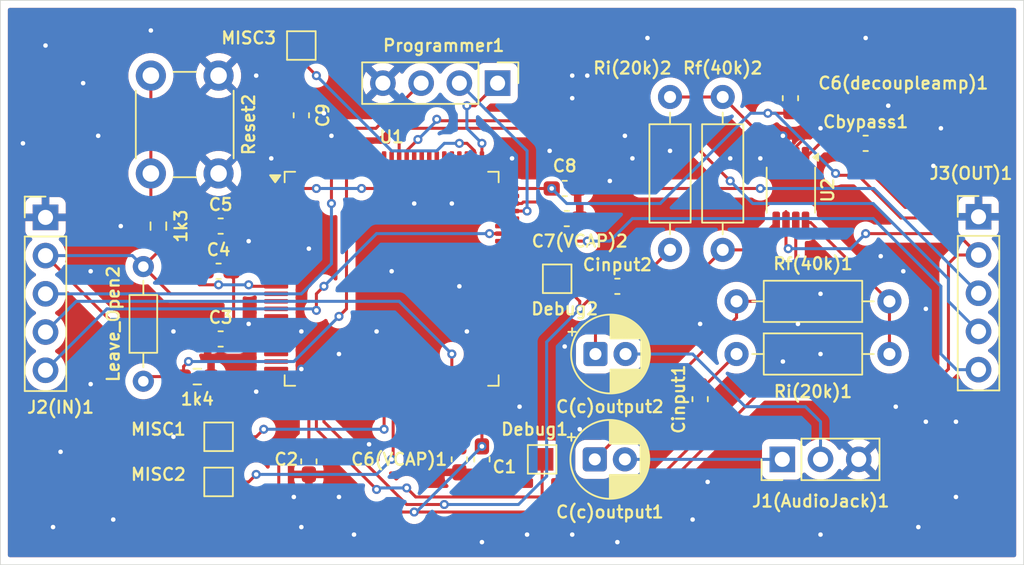
<source format=kicad_pcb>
(kicad_pcb (version 20241229) (generator "pcbnew") (generator_version "9.0")
  (layers (0 "F.Cu" signal) (2 "B.Cu" signal) (13 "F.Paste" user) (15 "B.Paste" user) (5 "F.SilkS" user "F.Silkscreen") (7 "B.SilkS" user "B.Silkscreen") (1 "F.Mask" user) (3 "B.Mask" user) (25 "Edge.Cuts" user))
  (net 0 "")
  (net 1 "/VCC")
  (net 2 "Net-(U1-NRST)")
  (net 3 "Net-(U1-BOOT0)")
  (net 4 "/DAC_OUT1")
  (net 5 "/DAC_OUT2")
  (net 6 "/SAE_SWDIO")
  (net 7 "/SAE_SWCLK")
  (net 16 "/MISC_1")
  (net 22 "/MISC_2")
  (net 30 "/AudioJack_T")
  (net 31 "Net-(C7(VCAP)2-Pad1)")
  (net 41 "/USART1_MIDI_RX")
  (net 46 "/USART1_COMM_INPUT_TX")
  (net 54 "/USART1_COMM_INPUT_RX")
  (net 59 "/MISC_3")
  (net 60 "/USART1_MIDI_TX")
  (net 63 "/USART2_COMM_OUTPUT_TX")
  (net 67 "/USART2_COMM_OUTPUT_RX")
  (net 75 "/USART3_MIDI_TX")
  (net 86 "Net-(C6(VCAP)1-Pad1)")
  (net 87 "/USART3_MIDI_RX")
  (net 90 "Net-(U2-BYPASS)")
  (net 91 "/AudioJack_R")
  (net 92 "Net-(U2-IN1-)")
  (net 93 "Net-(U2-IN2-)")
  (net 94 "Net-(U2-VO1)")
  (net 95 "Net-(U2-VO2)")
  (net 96 "GNDPWR")
  (net 97 "Net-(Cinput1-Pad2)")
  (net 98 "Net-(Cinput2-Pad2)")
  (footprint "Package_QFP:LQFP-100_14x14mm_P0.5mm" (layer "F.Cu") (at 92 79.5)
    (property "Reference" "U1")
    (property "Value" "STM32H750VBTx")
  )
  (footprint "Resistor_SMD:R_0603_1608Metric_Pad0.98x0.95mm_HandSolder" (layer "F.Cu") (at 79.0875 86)
    (property "Reference" "1k4")
    (property "Value" "R")
  )
  (footprint "Capacitor_SMD:C_0603_1608Metric_Pad1.08x0.95mm_HandSolder" (layer "F.Cu") (at 80.5 79)
    (property "Reference" "C4")
    (property "Value" "0.1uf")
  )
  (footprint "TestPoint:TestPoint_Pad_1.5x1.5mm" (layer "F.Cu") (at 80.5 90 180)
    (property "Reference" "MISC1")
    (property "Value" "Conn_01x01")
  )
  (footprint "Capacitor_SMD:C_0603_1608Metric_Pad1.08x0.95mm_HandSolder" (layer "F.Cu") (at 86 68.6375 -90)
    (property "Reference" "C9")
    (property "Value" "0.1uf")
  )
  (footprint "Connector_PinHeader_2.54mm:PinHeader_1x03_P2.54mm_Vertical" (layer "F.Cu") (at 117.96 91.5 90)
    (property "Reference" "J1(AudioJack)1")
    (property "Value" "Conn_01x03")
  )
  (footprint "Capacitor_SMD:C_0603_1608Metric_Pad1.08x0.95mm_HandSolder" (layer "F.Cu") (at 98 91.5 90)
    (property "Reference" "C1")
    (property "Value" "0.1uf")
  )
  (footprint "Resistor_THT:R_Axial_DIN0207_L6.3mm_D2.5mm_P10.16mm_Horizontal" (layer "F.Cu") (at 125.08 81 180)
    (property "Reference" "Rf(40k)1")
    (property "Value" "40k")
  )
  (footprint "Capacitor_THT:CP_Radial_D5.0mm_P2.00mm" (layer "F.Cu") (at 105.544888 84.5)
    (property "Reference" "C(c)output2")
    (property "Value" "220uf")
  )
  (footprint "Capacitor_SMD:C_0603_1608Metric_Pad1.08x0.95mm_HandSolder" (layer "F.Cu") (at 86.5 91.6375 90)
    (property "Reference" "C2")
    (property "Value" "0.1uf")
  )
  (footprint "Capacitor_SMD:C_0603_1608Metric_Pad1.08x0.95mm_HandSolder" (layer "F.Cu") (at 123.5 70.5)
    (property "Reference" "Cbypass1")
    (property "Value" "0.47uf(LOW ESR)")
  )
  (footprint "Button_Switch_THT:SW_PUSH_6mm_H4.3mm" (layer "F.Cu") (at 80.5 66 -90)
    (property "Reference" "Reset2")
    (property "Value" "SW_Push")
  )
  (footprint "TestPoint:TestPoint_Pad_1.5x1.5mm" (layer "F.Cu") (at 86 64 180)
    (property "Reference" "MISC3")
    (property "Value" "Conn_01x01")
  )
  (footprint "Resistor_SMD:R_0603_1608Metric_Pad0.98x0.95mm_HandSolder" (layer "F.Cu") (at 76.5 76 90)
    (property "Reference" "1k3")
    (property "Value" "R")
  )
  (footprint "Capacitor_SMD:C_0603_1608Metric_Pad1.08x0.95mm_HandSolder" (layer "F.Cu") (at 96.5 91.5 -90)
    (property "Reference" "C6(VCAP)1")
    (property "Value" "C")
  )
  (footprint "Capacitor_SMD:C_0603_1608Metric_Pad1.08x0.95mm_HandSolder" (layer "F.Cu") (at 103.5 73.5 180)
    (property "Reference" "C8")
    (property "Value" "0.1uf")
  )
  (footprint "Resistor_THT:R_Axial_DIN0204_L3.6mm_D1.6mm_P7.62mm_Horizontal" (layer "F.Cu") (at 75.5 86.31 90)
    (property "Reference" "Leave_Open2")
    (property "Value" "R")
  )
  (footprint "TestPoint:TestPoint_Pad_1.5x1.5mm" (layer "F.Cu") (at 103 79.5)
    (property "Reference" "Debug2")
    (property "Value" "Conn_01x01")
  )
  (footprint "Capacitor_SMD:C_0603_1608Metric_Pad1.08x0.95mm_HandSolder" (layer "F.Cu") (at 80.6375 76)
    (property "Reference" "C5")
    (property "Value" "0.1uf")
  )
  (footprint "Capacitor_SMD:C_0603_1608Metric_Pad1.08x0.95mm_HandSolder" (layer "F.Cu") (at 112.5 87.5 90)
    (property "Reference" "Cinput1")
    (property "Value" "0.47uf")
  )
  (footprint "Package_SO:HVSSOP-8-1EP_3x3mm_P0.65mm_EP1.57x1.89mm" (layer "F.Cu") (at 118.53 73.61 -90)
    (property "Reference" "U2")
    (property "Value" "TPA6110A2DGN")
  )
  (footprint "Resistor_THT:R_Axial_DIN0207_L6.3mm_D2.5mm_P10.16mm_Horizontal" (layer "F.Cu") (at 114.92 84.5)
    (property "Reference" "Ri(20k)1")
    (property "Value" "20k")
  )
  (footprint "Capacitor_SMD:C_0603_1608Metric_Pad1.08x0.95mm_HandSolder" (layer "F.Cu") (at 118.5 67.5 -90)
    (property "Reference" "C6(decoupleamp)1")
    (property "Value" "0.1uf")
  )
  (footprint "Connector_PinHeader_2.54mm:PinHeader_1x05_P2.54mm_Vertical" (layer "F.Cu") (at 69 75.42)
    (property "Reference" "J2(IN)1")
    (property "Value" "IN")
  )
  (footprint "Capacitor_SMD:C_0603_1608Metric_Pad1.08x0.95mm_HandSolder" (layer "F.Cu") (at 80.6375 83.5)
    (property "Reference" "C3")
    (property "Value" "0.1uf")
  )
  (footprint "Resistor_THT:R_Axial_DIN0207_L6.3mm_D2.5mm_P10.16mm_Horizontal" (layer "F.Cu") (at 110.5 67.42 -90)
    (property "Reference" "Ri(20k)2")
    (property "Value" "20k")
  )
  (footprint "Capacitor_THT:CP_Radial_D5.0mm_P2.00mm" (layer "F.Cu") (at 105.5 91.5)
    (property "Reference" "C(c)output1")
    (property "Value" "220uf")
  )
  (footprint "Capacitor_SMD:C_0603_1608Metric_Pad1.08x0.95mm_HandSolder" (layer "F.Cu") (at 107 80)
    (property "Reference" "Cinput2")
    (property "Value" "0.47uf")
  )
  (footprint "Connector_PinHeader_2.54mm:PinHeader_1x05_P2.54mm_Vertical" (layer "F.Cu") (at 131 75.38)
    (property "Reference" "J3(OUT)1")
    (property "Value" "OUT")
  )
  (footprint "Capacitor_SMD:C_0603_1608Metric_Pad1.08x0.95mm_HandSolder" (layer "F.Cu") (at 103.6375 75.5)
    (property "Reference" "C7(VCAP)2")
    (property "Value" "C")
  )
  (footprint "Resistor_THT:R_Axial_DIN0207_L6.3mm_D2.5mm_P10.16mm_Horizontal" (layer "F.Cu") (at 114 67.42 -90)
    (property "Reference" "Rf(40k)2")
    (property "Value" "40k")
  )
  (footprint "Connector_PinHeader_2.54mm:PinHeader_1x04_P2.54mm_Vertical" (layer "F.Cu") (at 99.04 66.5 -90)
    (property "Reference" "Programmer1")
    (property "Value" "Conn_01x04")
  )
  (footprint "TestPoint:TestPoint_Pad_1.5x1.5mm" (layer "F.Cu") (at 80.5 93 180)
    (property "Reference" "MISC2")
    (property "Value" "Conn_01x01")
  )
  (footprint "TestPoint:TestPoint_Pad_1.5x1.5mm" (layer "F.Cu") (at 102 91.5)
    (property "Reference" "Debug1")
    (property "Value" "Conn_01x01")
  )
  (gr_rect (start 66 61) (end 134 98.5) (stroke (width 0.05)) (fill no) (layer "Edge.Cuts"))
  (segment (start 84.5 91) (end 84.5 95) (width 0.2) (layer "F.Cu") (net 1))
  (segment (start 118.205 77.35) (end 118.355 77.5) (width 0.2) (layer "F.Cu") (net 1))
  (segment (start 117 68.5) (end 118.3625 68.5) (width 0.2) (layer "F.Cu") (net 1))
  (segment (start 99.675 73.5) (end 90 73.5) (width 0.2) (layer "F.Cu") (net 1))
  (segment (start 86 71.825) (end 86 69.5) (width 0.2) (layer "F.Cu") (net 1))
  (segment (start 129 85.5) (end 127.5 87) (width 0.2) (layer "F.Cu") (net 1))
  (segment (start 90.96 69.5) (end 86 69.5) (width 0.2) (layer "F.Cu") (net 1))
  (segment (start 116.5 87) (end 108.5 95) (width 0.2) (layer "F.Cu") (net 1))
  (segment (start 79 95) (end 84.5 95) (width 0.2) (layer "F.Cu") (net 1))
  (segment (start 81.3625 76.1375) (end 81.5 76) (width 0.2) (layer "F.Cu") (net 1))
  (segment (start 81.5 79.5) (end 81.5 80.5) (width 0.2) (layer "F.Cu") (net 1))
  (segment (start 73.5 82.46) (end 73.5 89.5) (width 0.2) (layer "F.Cu") (net 1))
  (segment (start 118.3625 68.5) (end 118.5 68.3625) (width 0.2) (layer "F.Cu") (net 1))
  (segment (start 121.624 72.624) (end 121.5 72.5) (width 0.2) (layer "F.Cu") (net 1))
  (segment (start 123 72.624) (end 121.624 72.624) (width 0.2) (layer "F.Cu") (net 1))
  (segment (start 75.5 78.69) (end 77.31 80.5) (width 0.2) (layer "F.Cu") (net 1))
  (segment (start 86.5 90.775) (end 84.725 90.775) (width 0.2) (layer "F.Cu") (net 1))
  (segment (start 127.5 87) (end 116.5 87) (width 0.2) (layer "F.Cu") (net 1))
  (segment (start 84.5 95) (end 93.5 95) (width 0.2) (layer "F.Cu") (net 1))
  (segment (start 86 73.5) (end 86 75.158824) (width 0.2) (layer "F.Cu") (net 1))
  (segment (start 82.5 71.5) (end 84.5 69.5) (width 0.2) (layer "F.Cu") (net 1))
  (segment (start 86 75.158824) (end 85.158824 76) (width 0.2) (layer "F.Cu") (net 1))
  (segment (start 85.158824 76) (end 84.325 76) (width 0.2) (layer "F.Cu") (net 1))
  (segment (start 75.5 78.69) (end 76.5 77.69) (width 0.2) (layer "F.Cu") (net 1))
  (segment (start 77.31 80.5) (end 81.5 80.5) (width 0.2) (layer "F.Cu") (net 1))
  (segment (start 81.5 75.5) (end 82.5 74.5) (width 0.2) (layer "F.Cu") (net 1))
  (segment (start 118.205 75.76) (end 118.205 75.035001) (width 0.2) (layer "F.Cu") (net 1))
  (segment (start 81.3625 79) (end 81.3625 76.1375) (width 0.2) (layer "F.Cu") (net 1))
  (segment (start 86.5 90.775) (end 86.5 87.175) (width 0.2) (layer "F.Cu") (net 1))
  (segment (start 129.58 77.92) (end 129 78.5) (width 0.2) (layer "F.Cu") (net 1))
  (segment (start 82.5 74.5) (end 82.5 71.5) (width 0.2) (layer "F.Cu") (net 1))
  (segment (start 73.5 89.5) (end 79 95) (width 0.2) (layer "F.Cu") (net 1))
  (segment (start 118.5 68.3625) (end 118.205 68.6575) (width 0.2) (layer "F.Cu") (net 1))
  (segment (start 84.5 69.5) (end 86 69.5) (width 0.2) (layer "F.Cu") (net 1))
  (segment (start 81.5 76) (end 81.5 75.5) (width 0.2) (layer "F.Cu") (net 1))
  (segment (start 81.5 80.5) (end 81.5 83.5) (width 0.2) (layer "F.Cu") (net 1))
  (segment (start 129.58 76.5) (end 131 77.92) (width 0.2) (layer "F.Cu") (net 1))
  (segment (start 69 77.96) (end 73.5 82.46) (width 0.2) (layer "F.Cu") (net 1))
  (segment (start 108.5 95) (end 93.5 95) (width 0.2) (layer "F.Cu") (net 1))
  (segment (start 128.54 75.46) (end 131 77.92) (width 0.2) (layer "F.Cu") (net 1))
  (segment (start 81.3625 79.3625) (end 81.5 79.5) (width 0.2) (layer "F.Cu") (net 1))
  (segment (start 81.8625 78.5) (end 84.325 78.5) (width 0.2) (layer "F.Cu") (net 1))
  (segment (start 131 77.92) (end 129.58 77.92) (width 0.2) (layer "F.Cu") (net 1))
  (segment (start 129 78.5) (end 129 85.5) (width 0.2) (layer "F.Cu") (net 1))
  (segment (start 123.5 76.5) (end 129.58 76.5) (width 0.2) (layer "F.Cu") (net 1))
  (segment (start 93.96 66.5) (end 90.96 69.5) (width 0.2) (layer "F.Cu") (net 1))
  (segment (start 86 71.825) (end 86 73.5) (width 0.2) (layer "F.Cu") (net 1))
  (segment (start 125.836 75.46) (end 123 72.624) (width 0.2) (layer "F.Cu") (net 1))
  (segment (start 81.3625 79) (end 81.3625 79.3625) (width 0.2) (layer "F.Cu") (net 1))
  (segment (start 84.725 90.775) (end 84.5 91) (width 0.2) (layer "F.Cu") (net 1))
  (segment (start 98 90.6375) (end 98 87.175) (width 0.2) (layer "F.Cu") (net 1))
  (segment (start 81.5 76) (end 84.325 76) (width 0.2) (layer "F.Cu") (net 1))
  (segment (start 87 73.5) (end 86 73.5) (width 0.2) (layer "F.Cu") (net 1))
  (segment (start 128.54 75.46) (end 125.836 75.46) (width 0.2) (layer "F.Cu") (net 1))
  (segment (start 102.6375 73.5) (end 99.675 73.5) (width 0.2) (layer "F.Cu") (net 1))
  (segment (start 81.5 83.5) (end 84.325 83.5) (width 0.2) (layer "F.Cu") (net 1))
  (segment (start 118.205 75.76) (end 118.205 77.35) (width 0.2) (layer "F.Cu") (net 1))
  (segment (start 76.5 77.69) (end 76.5 76.9125) (width 0.2) (layer "F.Cu") (net 1))
  (segment (start 81.3625 79) (end 81.8625 78.5) (width 0.2) (layer "F.Cu") (net 1))
  (via (at 98 90.6375) (size 0.6) (drill 0.3) (layers "F.Cu" "B.Cu") (net 1))
  (via (at 118.355 77.5) (size 0.6) (drill 0.3) (layers "F.Cu" "B.Cu") (net 1))
  (via (at 121.5 72.5) (size 0.6) (drill 0.3) (layers "F.Cu" "B.Cu") (net 1))
  (via (at 102.6375 73.5) (size 0.6) (drill 0.3) (layers "F.Cu" "B.Cu") (net 1))
  (via (at 87 73.5) (size 0.6) (drill 0.3) (layers "F.Cu" "B.Cu") (net 1))
  (via (at 117 68.5) (size 0.6) (drill 0.3) (layers "F.Cu" "B.Cu") (net 1))
  (via (at 90 73.5) (size 0.6) (drill 0.3) (layers "F.Cu" "B.Cu") (net 1))
  (via (at 93.5 95) (size 0.6) (drill 0.3) (layers "F.Cu" "B.Cu") (net 1))
  (via (at 123.5 76.5) (size 0.6) (drill 0.3) (layers "F.Cu" "B.Cu") (net 1))
  (segment (start 118.355 77.5) (end 122.5 77.5) (width 0.2) (layer "B.Cu") (net 1))
  (segment (start 102.6375 73.5) (end 103.6375 74.5) (width 0.2) (layer "B.Cu") (net 1))
  (segment (start 122.5 77.5) (end 123.5 76.5) (width 0.2) (layer "B.Cu") (net 1))
  (segment (start 74.77 77.96) (end 75.5 78.69) (width 0.2) (layer "B.Cu") (net 1))
  (segment (start 109.846161 74.5) (end 115.846161 68.5) (width 0.2) (layer "B.Cu") (net 1))
  (segment (start 115.846161 68.5) (end 117 68.5) (width 0.2) (layer "B.Cu") (net 1))
  (segment (start 90 73.5) (end 87 73.5) (width 0.2) (layer "B.Cu") (net 1))
  (segment (start 69 77.96) (end 74.77 77.96) (width 0.2) (layer "B.Cu") (net 1))
  (segment (start 103.6375 74.5) (end 109.846161 74.5) (width 0.2) (layer "B.Cu") (net 1))
  (segment (start 93.6375 95) (end 98 90.6375) (width 0.2) (layer "B.Cu") (net 1))
  (segment (start 117.5 68.5) (end 117 68.5) (width 0.2) (layer "B.Cu") (net 1))
  (segment (start 121.5 72.5) (end 117.5 68.5) (width 0.2) (layer "B.Cu") (net 1))
  (segment (start 93.5 95) (end 93.6375 95) (width 0.2) (layer "B.Cu") (net 1))
  (segment (start 98 90.5) (end 98 90.6375) (width 0.2) (layer "B.Cu") (net 1))
  (segment (start 76 72.5) (end 76 74.5875) (width 0.2) (layer "F.Cu") (net 2))
  (segment (start 78 76.5875) (end 78 78.668134) (width 0.2) (layer "F.Cu") (net 2))
  (segment (start 76 74.5875) (end 76.5 75.0875) (width 0.2) (layer "F.Cu") (net 2))
  (segment (start 76 66) (end 76 72.5) (width 0.2) (layer "F.Cu") (net 2))
  (segment (start 82.6 80) (end 84.325 80) (width 0.2) (layer "F.Cu") (net 2))
  (segment (start 78 78.668134) (end 79.231866 79.9) (width 0.2) (layer "F.Cu") (net 2))
  (segment (start 82.5 79.9) (end 82.6 80) (width 0.2) (layer "F.Cu") (net 2))
  (segment (start 79.231866 79.9) (end 80.5 79.9) (width 0.2) (layer "F.Cu") (net 2))
  (segment (start 76.5 75.0875) (end 78 76.5875) (width 0.2) (layer "F.Cu") (net 2))
  (via (at 80.5 79.9) (size 0.6) (drill 0.3) (layers "F.Cu" "B.Cu") (net 2))
  (via (at 82.5 79.9) (size 0.6) (drill 0.3) (layers "F.Cu" "B.Cu") (net 2))
  (segment (start 80.5 79.9) (end 82.5 79.9) (width 0.2) (layer "B.Cu") (net 2))
  (segment (start 78.175 86) (end 75.81 86) (width 0.2) (layer "F.Cu") (net 3))
  (segment (start 89 81.5) (end 89 71.825) (width 0.2) (layer "F.Cu") (net 3))
  (segment (start 88.5 82) (end 89 81.5) (width 0.2) (layer "F.Cu") (net 3))
  (segment (start 75.81 86) (end 75.5 86.31) (width 0.2) (layer "F.Cu") (net 3))
  (segment (start 78.175 86) (end 78.175 85.325) (width 0.2) (layer "F.Cu") (net 3))
  (segment (start 78.175 85.325) (end 78.5 85) (width 0.2) (layer "F.Cu") (net 3))
  (via (at 88.5 82) (size 0.6) (drill 0.3) (layers "F.Cu" "B.Cu") (net 3))
  (via (at 78.5 85) (size 0.6) (drill 0.3) (layers "F.Cu" "B.Cu") (net 3))
  (segment (start 78.5 85) (end 85.5 85) (width 0.2) (layer "B.Cu") (net 3))
  (segment (start 85.5 85) (end 88.5 82) (width 0.2) (layer "B.Cu") (net 3))
  (segment (start 102 91.5) (end 102 94) (width 0.2) (layer "F.Cu") (net 4))
  (segment (start 108.5 94) (end 112.5 90) (width 0.2) (layer "F.Cu") (net 4))
  (segment (start 93 93.4) (end 93.6 94) (width 0.2) (layer "F.Cu") (net 4))
  (segment (start 93 93.5) (end 93 93.4) (width 0.2) (layer "F.Cu") (net 4))
  (segment (start 93.6 94) (end 102 94) (width 0.2) (layer "F.Cu") (net 4))
  (segment (start 91 93.5) (end 87 89.5) (width 0.2) (layer "F.Cu") (net 4))
  (segment (start 112.5 90) (end 112.5 88.3625) (width 0.2) (layer "F.Cu") (net 4))
  (segment (start 87 89.5) (end 87 87.175) (width 0.2) (layer "F.Cu") (net 4))
  (segment (start 102 94) (end 108.5 94) (width 0.2) (layer "F.Cu") (net 4))
  (via (at 91 93.5) (size 0.6) (drill 0.3) (layers "F.Cu" "B.Cu") (net 4))
  (via (at 93 93.4) (size 0.6) (drill 0.3) (layers "F.Cu" "B.Cu") (net 4))
  (segment (start 91.1 93.4) (end 91 93.5) (width 0.2) (layer "B.Cu") (net 4))
  (segment (start 93 93.4) (end 91.1 93.4) (width 0.2) (layer "B.Cu") (net 4))
  (segment (start 106.1375 80) (end 106 80) (width 0.2) (layer "F.Cu") (net 5))
  (segment (start 93 94.5) (end 87.5 89) (width 0.2) (layer "F.Cu") (net 5))
  (segment (start 104.5 81.5) (end 104.5 81) (width 0.2) (layer "F.Cu") (net 5))
  (segment (start 87.5 89) (end 87.5 87.175) (width 0.2) (layer "F.Cu") (net 5))
  (segment (start 104.5 81) (end 103 79.5) (width 0.2) (layer "F.Cu") (net 5))
  (segment (start 106 80) (end 104.5 81.5) (width 0.2) (layer "F.Cu") (net 5))
  (segment (start 95.5 94.5) (end 93 94.5) (width 0.2) (layer "F.Cu") (net 5))
  (via (at 95.5 94.5) (size 0.6) (drill 0.3) (layers "F.Cu" "B.Cu") (net 5))
  (via (at 104.5 81.5) (size 0.6) (drill 0.3) (layers "F.Cu" "B.Cu") (net 5))
  (segment (start 102.301 92.624678) (end 100.425678 94.5) (width 0.2) (layer "B.Cu") (net 5))
  (segment (start 100.425678 94.5) (end 95.5 94.5) (width 0.2) (layer "B.Cu") (net 5))
  (segment (start 104.5 81.5) (end 102.301 83.699) (width 0.2) (layer "B.Cu") (net 5))
  (segment (start 102.301 83.699) (end 102.301 92.624678) (width 0.2) (layer "B.Cu") (net 5))
  (segment (start 101 75) (end 99.675 75) (width 0.2) (layer "F.Cu") (net 6))
  (via (at 101 75) (size 0.6) (drill 0.3) (layers "F.Cu" "B.Cu") (net 6))
  (segment (start 101 71) (end 101 74.5) (width 0.2) (layer "B.Cu") (net 6))
  (segment (start 101 74.5) (end 101 75) (width 0.2) (layer "B.Cu") (net 6))
  (segment (start 96.5 66.5) (end 101 71) (width 0.2) (layer "B.Cu") (net 6))
  (segment (start 98 70.5) (end 98 71.825) (width 0.2) (layer "F.Cu") (net 7))
  (segment (start 99.04 66.5) (end 97.54 68) (width 0.2) (layer "F.Cu") (net 7))
  (segment (start 97.54 68) (end 97 68) (width 0.2) (layer "F.Cu") (net 7))
  (via (at 97 68) (size 0.6) (drill 0.3) (layers "F.Cu" "B.Cu") (net 7))
  (via (at 98 70.5) (size 0.6) (drill 0.3) (layers "F.Cu" "B.Cu") (net 7))
  (segment (start 97 68) (end 97 69.5) (width 0.2) (layer "B.Cu") (net 7))
  (segment (start 97 69.5) (end 98 70.5) (width 0.2) (layer "B.Cu") (net 7))
  (segment (start 83 90) (end 83.5 89.5) (width 0.2) (layer "F.Cu") (net 16))
  (segment (start 91.5 89.5) (end 91.5 87.175) (width 0.2) (layer "F.Cu") (net 16))
  (segment (start 80.5 90) (end 83 90) (width 0.2) (layer "F.Cu") (net 16))
  (via (at 91.5 89.5) (size 0.6) (drill 0.3) (layers "F.Cu" "B.Cu") (net 16))
  (via (at 83.5 89.5) (size 0.6) (drill 0.3) (layers "F.Cu" "B.Cu") (net 16))
  (segment (start 83.5 89.5) (end 91.5 89.5) (width 0.2) (layer "B.Cu") (net 16))
  (segment (start 80.5 93) (end 82.5 93) (width 0.2) (layer "F.Cu") (net 22))
  (segment (start 92.101 88.109824) (end 92 88.008824) (width 0.2) (layer "F.Cu") (net 22))
  (segment (start 82.5 93) (end 83 92.5) (width 0.2) (layer "F.Cu") (net 22))
  (segment (start 92 91.5) (end 92.101 91.399) (width 0.2) (layer "F.Cu") (net 22))
  (segment (start 92 88.008824) (end 92 87.175) (width 0.2) (layer "F.Cu") (net 22))
  (segment (start 92.101 91.399) (end 92.101 88.109824) (width 0.2) (layer "F.Cu") (net 22))
  (via (at 83 92.5) (size 0.6) (drill 0.3) (layers "F.Cu" "B.Cu") (net 22))
  (via (at 92 91.5) (size 0.6) (drill 0.3) (layers "F.Cu" "B.Cu") (net 22))
  (segment (start 83 92.5) (end 91 92.5) (width 0.2) (layer "B.Cu") (net 22))
  (segment (start 91 92.5) (end 92 91.5) (width 0.2) (layer "B.Cu") (net 22))
  (segment (start 117.96 91.5) (end 107.5 91.5) (width 0.2) (layer "B.Cu") (net 30))
  (segment (start 100.650057 74.5) (end 99.675 74.5) (width 0.2) (layer "F.Cu") (net 31))
  (segment (start 102.775 75.5) (end 101.674 74.399) (width 0.2) (layer "F.Cu") (net 31))
  (segment (start 100.751057 74.399) (end 100.650057 74.5) (width 0.2) (layer "F.Cu") (net 31))
  (segment (start 101.674 74.399) (end 100.751057 74.399) (width 0.2) (layer "F.Cu") (net 31))
  (segment (start 87 81.6) (end 87 80.5) (width 0.2) (layer "F.Cu") (net 41))
  (segment (start 87 80.5) (end 87.5 80) (width 0.2) (layer "F.Cu") (net 41))
  (segment (start 98.5 76.5) (end 99.675 76.5) (width 0.2) (layer "F.Cu") (net 41))
  (via (at 87.5 80) (size 0.6) (drill 0.3) (layers "F.Cu" "B.Cu") (net 41))
  (via (at 87 81.6) (size 0.6) (drill 0.3) (layers "F.Cu" "B.Cu") (net 41))
  (via (at 98.5 76.5) (size 0.6) (drill 0.3) (layers "F.Cu" "B.Cu") (net 41))
  (segment (start 73.08 81.5) (end 87 81.5) (width 0.2) (layer "B.Cu") (net 41))
  (segment (start 91 76.5) (end 98.5 76.5) (width 0.2) (layer "B.Cu") (net 41))
  (segment (start 87.5 80) (end 91 76.5) (width 0.2) (layer "B.Cu") (net 41))
  (segment (start 69 85.58) (end 73.08 81.5) (width 0.2) (layer "B.Cu") (net 41))
  (segment (start 87 81.5) (end 87 81.6) (width 0.2) (layer "B.Cu") (net 41))
  (segment (start 88 74.5) (end 88 71.825) (width 0.2) (layer "F.Cu") (net 46))
  (via (at 88 74.5) (size 0.6) (drill 0.3) (layers "F.Cu" "B.Cu") (net 46))
  (segment (start 86 80.5) (end 87 79.5) (width 0.2) (layer "B.Cu") (net 46))
  (segment (start 69 80.5) (end 86 80.5) (width 0.2) (layer "B.Cu") (net 46))
  (segment (start 88 78.5) (end 88 74.5) (width 0.2) (layer "B.Cu") (net 46))
  (segment (start 87 79.5) (end 88 78.5) (width 0.2) (layer "B.Cu") (net 46))
  (segment (start 96 84.5) (end 96 87.175) (width 0.2) (layer "F.Cu") (net 54))
  (via (at 96 84.5) (size 0.6) (drill 0.3) (layers "F.Cu" "B.Cu") (net 54))
  (segment (start 86.5 81) (end 92.5 81) (width 0.2) (layer "B.Cu") (net 54))
  (segment (start 69 83.04) (end 71.04 81) (width 0.2) (layer "B.Cu") (net 54))
  (segment (start 71.04 81) (end 86.5 81) (width 0.2) (layer "B.Cu") (net 54))
  (segment (start 92.5 81) (end 96 84.5) (width 0.2) (layer "B.Cu") (net 54))
  (segment (start 86 64) (end 86 65) (width 0.2) (layer "F.Cu") (net 59))
  (segment (start 97.008824 70.5) (end 97.5 70.991176) (width 0.2) (layer "F.Cu") (net 59))
  (segment (start 97.5 70.991176) (end 97.5 71.825) (width 0.2) (layer "F.Cu") (net 59))
  (segment (start 86 65) (end 87 66) (width 0.2) (layer "F.Cu") (net 59))
  (segment (start 96.5 70.5) (end 97.008824 70.5) (width 0.2) (layer "F.Cu") (net 59))
  (via (at 96.5 70.5) (size 0.6) (drill 0.3) (layers "F.Cu" "B.Cu") (net 59))
  (via (at 87 66) (size 0.6) (drill 0.3) (layers "F.Cu" "B.Cu") (net 59))
  (segment (start 87 66) (end 92 71) (width 0.2) (layer "B.Cu") (net 59))
  (segment (start 95.5 70.5) (end 96.5 70.5) (width 0.2) (layer "B.Cu") (net 59))
  (segment (start 95 71) (end 95.5 70.5) (width 0.2) (layer "B.Cu") (net 59))
  (segment (start 92 71) (end 95 71) (width 0.2) (layer "B.Cu") (net 59))
  (segment (start 105 77) (end 99.675 77) (width 0.2) (layer "F.Cu") (net 60))
  (via (at 105 77) (size 0.6) (drill 0.3) (layers "F.Cu" "B.Cu") (net 60))
  (segment (start 129.54 85.54) (end 131 85.54) (width 0.2) (layer "B.Cu") (net 60))
  (segment (start 106.5 77) (end 108 75.5) (width 0.2) (layer "B.Cu") (net 60))
  (segment (start 105 77) (end 106.5 77) (width 0.2) (layer "B.Cu") (net 60))
  (segment (start 124 75.5) (end 128.5 80) (width 0.2) (layer "B.Cu") (net 60))
  (segment (start 108 75.5) (end 124 75.5) (width 0.2) (layer "B.Cu") (net 60))
  (segment (start 128.5 80) (end 128.5 84.5) (width 0.2) (layer "B.Cu") (net 60))
  (segment (start 128.5 84.5) (end 129.54 85.54) (width 0.2) (layer "B.Cu") (net 60))
  (segment (start 93.745588 70.245588) (end 93 70.991176) (width 0.2) (layer "F.Cu") (net 63))
  (segment (start 95 69) (end 95 68.9) (width 0.2) (layer "F.Cu") (net 63))
  (segment (start 114.5 73) (end 110.5 69) (width 0.2) (layer "F.Cu") (net 63))
  (segment (start 110.5 69) (end 95 69) (width 0.2) (layer "F.Cu") (net 63))
  (segment (start 93 70.991176) (end 93 71.825) (width 0.2) (layer "F.Cu") (net 63))
  (via (at 95 68.9) (size 0.6) (drill 0.3) (layers "F.Cu" "B.Cu") (net 63))
  (via (at 93.745588 70.245588) (size 0.6) (drill 0.3) (layers "F.Cu" "B.Cu") (net 63))
  (via (at 114.5 73) (size 0.6) (drill 0.3) (layers "F.Cu" "B.Cu") (net 63))
  (segment (start 93.754412 70.245588) (end 95 69) (width 0.2) (layer "B.Cu") (net 63))
  (segment (start 93.745588 70.245588) (end 93.754412 70.245588) (width 0.2) (layer "B.Cu") (net 63))
  (segment (start 124 74.5) (end 116 74.5) (width 0.2) (layer "B.Cu") (net 63))
  (segment (start 95 69) (end 95 68.9) (width 0.2) (layer "B.Cu") (net 63))
  (segment (start 116 74.5) (end 114.5 73) (width 0.2) (layer "B.Cu") (net 63))
  (segment (start 129 79.5) (end 124 74.5) (width 0.2) (layer "B.Cu") (net 63))
  (segment (start 131 83) (end 129 81) (width 0.2) (layer "B.Cu") (net 63))
  (segment (start 129 81) (end 129 79.5) (width 0.2) (layer "B.Cu") (net 63))
  (segment (start 92.5 70) (end 92.5 71.825) (width 0.2) (layer "F.Cu") (net 67))
  (segment (start 116.5 73.5) (end 108.5 73.5) (width 0.2) (layer "F.Cu") (net 67))
  (segment (start 93 69.5) (end 92.5 70) (width 0.2) (layer "F.Cu") (net 67))
  (segment (start 104.5 69.5) (end 93 69.5) (width 0.2) (layer "F.Cu") (net 67))
  (segment (start 108.5 73.5) (end 104.5 69.5) (width 0.2) (layer "F.Cu") (net 67))
  (via (at 116.5 73.5) (size 0.6) (drill 0.3) (layers "F.Cu" "B.Cu") (net 67))
  (segment (start 131 80.46) (end 124.04 73.5) (width 0.2) (layer "B.Cu") (net 67))
  (segment (start 124.04 73.5) (end 124 73.5) (width 0.2) (layer "B.Cu") (net 67))
  (segment (start 116.5 73.5) (end 124 73.5) (width 0.2) (layer "B.Cu") (net 67))
  (segment (start 96.5 90.6375) (end 97 90.1375) (width 0.2) (layer "F.Cu") (net 86))
  (segment (start 97 90.1375) (end 97 87.175) (width 0.2) (layer "F.Cu") (net 86))
  (segment (start 122.6375 70.5) (end 120.465 70.5) (width 0.2) (layer "F.Cu") (net 90))
  (segment (start 120.465 70.5) (end 119.505 71.46) (width 0.2) (layer "F.Cu") (net 90))
  (segment (start 112 84.5) (end 115.5 88) (width 0.2) (layer "B.Cu") (net 91))
  (segment (start 107.544888 84.5) (end 112 84.5) (width 0.2) (layer "B.Cu") (net 91))
  (segment (start 119.5 88) (end 120.5 89) (width 0.2) (layer "B.Cu") (net 91))
  (segment (start 120.5 89) (end 120.5 91.5) (width 0.2) (layer "B.Cu") (net 91))
  (segment (start 115.5 88) (end 119.5 88) (width 0.2) (layer "B.Cu") (net 91))
  (segment (start 125.08 81) (end 119.84 75.76) (width 0.2) (layer "F.Cu") (net 92))
  (segment (start 119.84 75.76) (end 119.505 75.76) (width 0.2) (layer "F.Cu") (net 92))
  (segment (start 125.08 84.5) (end 125.08 81) (width 0.2) (layer "F.Cu") (net 92))
  (segment (start 117.555 70.975) (end 117.555 71.46) (width 0.2) (layer "F.Cu") (net 93))
  (segment (start 114 67.42) (end 110.5 67.42) (width 0.2) (layer "F.Cu") (net 93))
  (segment (start 114 67.42) (end 117.555 70.975) (width 0.2) (layer "F.Cu") (net 93))
  (segment (start 114.92 82.08) (end 105.5 91.5) (width 0.2) (layer "F.Cu") (net 94))
  (segment (start 118.855 79.145) (end 117 81) (width 0.2) (layer "F.Cu") (net 94))
  (segment (start 114.92 81) (end 114.92 82.08) (width 0.2) (layer "F.Cu") (net 94))
  (segment (start 117 81) (end 114.92 81) (width 0.2) (layer "F.Cu") (net 94))
  (segment (start 118.855 75.76) (end 118.855 79.145) (width 0.2) (layer "F.Cu") (net 94))
  (segment (start 115.735 77.58) (end 114 77.58) (width 0.2) (layer "F.Cu") (net 95))
  (segment (start 114 77.58) (end 110.08 81.5) (width 0.2) (layer "F.Cu") (net 95))
  (segment (start 105.544888 82.455112) (end 105.544888 84.5) (width 0.2) (layer "F.Cu") (net 95))
  (segment (start 106.5 81.5) (end 105.544888 82.455112) (width 0.2) (layer "F.Cu") (net 95))
  (segment (start 110.08 81.5) (end 106.5 81.5) (width 0.2) (layer "F.Cu") (net 95))
  (segment (start 117.555 75.76) (end 115.735 77.58) (width 0.2) (layer "F.Cu") (net 95))
  (segment (start 84.325 78) (end 83.491176 78) (width 0.2) (layer "F.Cu") (net 96))
  (segment (start 79.6375 79) (end 79.6375 76.1375) (width 0.2) (layer "F.Cu") (net 96))
  (segment (start 85.158824 78) (end 84.325 78) (width 0.2) (layer "F.Cu") (net 96))
  (segment (start 86.5 71.025001) (end 86.5 71.825) (width 0.2) (layer "F.Cu") (net 96))
  (segment (start 97.5 87.175) (end 97.5 83.5) (width 0.2) (layer "F.Cu") (net 96))
  (segment (start 88 70) (end 87.525001 70) (width 0.2) (layer "F.Cu") (net 96))
  (segment (start 86 87.175) (end 86 85.5) (width 0.2) (layer "F.Cu") (net 96))
  (segment (start 99.675 74) (end 96.5 74) (width 0.2) (layer "F.Cu") (net 96))
  (segment (start 96.5 74) (end 96 74.5) (width 0.2) (layer "F.Cu") (net 96))
  (segment (start 87.525001 70) (end 86.5 71.025001) (width 0.2) (layer "F.Cu") (net 96))
  (segment (start 84.325 82.5) (end 85.5 82.5) (width 0.2) (layer "F.Cu") (net 96))
  (segment (start 118.205 70.205) (end 118 70) (width 0.2) (layer "F.Cu") (net 96))
  (segment (start 118.855 70.735001) (end 120.090001 69.5) (width 0.2) (layer "F.Cu") (net 96))
  (segment (start 118.855 71.46) (end 118.855 70.735001) (width 0.2) (layer "F.Cu") (net 96))
  (segment (start 118.205 71.46) (end 118.205 70.205) (width 0.2) (layer "F.Cu") (net 96))
  (segment (start 79.6375 76.1375) (end 79.775 76) (width 0.2) (layer "F.Cu") (net 96))
  (segment (start 85.5 82.5) (end 86 83) (width 0.2) (layer "F.Cu") (net 96))
  (segment (start 97.5 83.5) (end 97 83) (width 0.2) (layer "F.Cu") (net 96))
  (segment (start 82.5 77.008824) (end 82.5 77) (width 0.2) (layer "F.Cu") (net 96))
  (segment (start 83.491176 78) (end 82.5 77.008824) (width 0.2) (layer "F.Cu") (net 96))
  (segment (start 120.090001 69.5) (end 120.5 69.5) (width 0.2) (layer "F.Cu") (net 96))
  (segment (start 118.205 72.184999) (end 118.205 71.46) (width 0.2) (layer "F.Cu") (net 96))
  (via (at 77.5 83) (size 0.6) (drill 0.3) (layers "F.Cu" "B.Cu") (net 96))
  (via (at 127 96) (size 0.6) (drill 0.3) (layers "F.Cu" "B.Cu") (net 96))
  (via (at 72 79) (size 0.6) (drill 0.3) (layers "F.Cu" "B.Cu") (net 96))
  (via (at 128 72) (size 0.6) (drill 0.3) (layers "F.Cu" "B.Cu") (net 96))
  (via (at 125.5 88) (size 0.6) (drill 0.3) (layers "F.Cu" "B.Cu") (net 96))
  (via (at 91 83) (size 0.6) (drill 0.3) (layers "F.Cu" "B.Cu") (net 96))
  (via (at 88.5 84.5) (size 0.6) (drill 0.3) (layers "F.Cu" "B.Cu") (net 96))
  (via (at 107 97) (size 0.6) (drill 0.3) (layers "F.Cu" "B.Cu") (net 96))
  (via (at 92 79) (size 0.6) (drill 0.3) (layers "F.Cu" "B.Cu") (net 96))
  (via (at 83 66) (size 0.6) (drill 0.3) (layers "F.Cu" "B.Cu") (net 96))
  (via (at 83 87) (size 0.6) (drill 0.3) (layers "F.Cu" "B.Cu") (net 96))
  (via (at 104 67.5) (size 0.6) (drill 0.3) (layers "F.Cu" "B.Cu") (net 96))
  (via (at 104 96.5) (size 0.6) (drill 0.3) (layers "F.Cu" "B.Cu") (net 96))
  (via (at 129.5 89) (size 0.6) (drill 0.3) (layers "F.Cu" "B.Cu") (net 96))
  (via (at 116.5 71.5) (size 0.6) (drill 0.3) (layers "F.Cu" "B.Cu") (net 96))
  (via (at 100 71.5) (size 0.6) (drill 0.3) (layers "F.Cu" "B.Cu") (net 96))
  (via (at 114.5 71.5) (size 0.6) (drill 0.3) (layers "F.Cu" "B.Cu") (net 96))
  (via (at 96 74.5) (size 0.6) (drill 0.3) (layers "F.Cu" "B.Cu") (net 96))
  (via (at 72.5 70) (size 0.6) (drill 0.3) (layers "F.Cu" "B.Cu") (net 96))
  (via (at 126 79) (size 0.6) (drill 0.3) (layers "F.Cu" "B.Cu") (net 96))
  (via (at 93.5 74.5) (size 0.6) (drill 0.3) (layers "F.Cu" "B.Cu") (net 96))
  (via (at 86.5 77.5) (size 0.6) (drill 0.3) (layers "F.Cu" "B.Cu") (net 96))
  (via (at 85.5 94) (size 0.6) (drill 0.3) (layers "F.Cu" "B.Cu") (net 96))
  (via (at 110.5 71) (size 0.6) (drill 0.3) (layers "F.Cu" "B.Cu") (net 96))
  (via (at 86 85.5) (size 0.6) (drill 0.3) (layers "F.Cu" "B.Cu") (net 96))
  (via (at 97 83) (size 0.6) (drill 0.3) (layers "F.Cu" "B.Cu") (net 96))
  (via (at 127.5 81.5) (size 0.6) (drill 0.3) (layers "F.Cu" "B.Cu") (net 96))
  (via (at 100.5 88) (size 0.6) (drill 0.3) (layers "F.Cu" "B.Cu") (net 96))
  (via (at 82.5 77) (size 0.6) (drill 0.3) (layers "F.Cu" "B.Cu") (net 96))
  (via (at 86 96) (size 0.6) (drill 0.3) (layers "F.Cu" "B.Cu") (net 96))
  (via (at 120.5 96.5) (size 0.6) (drill 0.3) (layers "F.Cu" "B.Cu") (net 96))
  (via (at 120.5 80.5) (size 0.6) (drill 0.3) (layers "F.Cu" "B.Cu") (net 96))
  (via (at 118 70) (size 0.6) (drill 0.3) (layers "F.Cu" "B.Cu") (net 96))
  (via (at 87.5 68.5) (size 0.6) (drill 0.3) (layers "F.Cu" "B.Cu") (net 96))
  (via (at 105 66) (size 0.6) (drill 0.3) (layers "F.Cu" "B.Cu") (net 96))
  (via (at 102.5 71) (size 0.6) (drill 0.3) (layers "F.Cu" "B.Cu") (net 96))
  (via (at 98 97) (size 0.6) (drill 0.3) (layers "F.Cu" "B.Cu") (net 96))
  (via (at 74 76) (size 0.6) (drill 0.3) (layers "F.Cu" "B.Cu") (net 96))
  (via (at 129.5 94) (size 0.6) (drill 0.3) (layers "F.Cu" "B.Cu") (net 96))
  (via (at 89.5 96.5) (size 0.6) (drill 0.3) (layers "F.Cu" "B.Cu") (net 96))
  (via (at 128.5 69.5) (size 0.6) (drill 0.3) (layers "F.Cu" "B.Cu") (net 96))
  (via (at 77.5 90) (size 0.6) (drill 0.3) (layers "F.Cu" "B.Cu") (net 96))
  (via (at 106.5 73) (size 0.6) (drill 0.3) (layers "F.Cu" "B.Cu") (net 96))
  (via (at 123.5 63.5) (size 0.6) (drill 0.3) (layers "F.Cu" "B.Cu") (net 96))
  (via (at 108 71.5) (size 0.6) (drill 0.3) (layers "F.Cu" "B.Cu") (net 96))
  (via (at 119 82.5) (size 0.6) (drill 0.3) (layers "F.Cu" "B.Cu") (net 96))
  (via (at 71.5 66.5) (size 0.6) (drill 0.3) (layers "F.Cu" "B.Cu") (net 96))
  (via (at 125 68) (size 0.6) (drill 0.3) (layers "F.Cu" "B.Cu") (net 96))
  (via (at 120.5 69.5) (size 0.6) (drill 0.3) (layers "F.Cu" "B.Cu") (net 96))
  (via (at 109 63.5) (size 0.6) (drill 0.3) (layers "F.Cu" "B.Cu") (net 96))
  (via (at 69 64) (size 0.6) (drill 0.3) (layers "F.Cu" "B.Cu") (net 96))
  (via (at 90.5 90.5) (size 0.6) (drill 0.3) (layers "F.Cu" "B.Cu") (net 96))
  (via (at 70 91) (size 0.6) (drill 0.3) (layers "F.Cu" "B.Cu") (net 96))
  (via (at 118 85) (size 0.6) (drill 0.3) (layers "F.Cu" "B.Cu") (net 96))
  (via (at 104.5 89.5) (size 0.6) (drill 0.3) (layers "F.Cu" "B.Cu") (net 96))
  (via (at 127.5 89) (size 0.6) (drill 0.3) (layers "F.Cu" "B.Cu") (net 96))
  (via (at 96.5 80) (size 0.6) (drill 0.3) (layers "F.Cu" "B.Cu") (net 96))
  (via (at 107.5 70) (size 0.6) (drill 0.3) (layers "F.Cu" "B.Cu") (net 96))
  (via (at 69.5 96) (size 0.6) (drill 0.3) (layers "F.Cu" "B.Cu") (net 96))
  (via (at 86 83) (size 0.6) (drill 0.3) (layers "F.Cu" "B.Cu") (net 96))
  (via (at 76 63) (size 0.6) (drill 0.3) (layers "F.Cu" "B.Cu") (net 96))
  (via (at 88 70) (size 0.6) (drill 0.3) (layers "F.Cu" "B.Cu") (net 96))
  (via (at 73.5 95.5) (size 0.6) (drill 0.3) (layers "F.Cu" "B.Cu") (net 96))
  (via (at 112 95.5) (size 0.6) (drill 0.3) (layers "F.Cu" "B.Cu") (net 96))
  (via (at 84 71.5) (size 0.6) (drill 0.3) (layers "F.Cu" "B.Cu") (net 96))
  (via (at 120.5 84.5) (size 0.6) (drill 0.3) (layers "F.Cu" "B.Cu") (net 96))
  (via (at 67.5 70.5) (size 0.6) (drill 0.3) (layers "F.Cu" "B.Cu") (net 96))
  (via (at 104 66) (size 0.6) (drill 0.3) (layers "F.Cu" "B.Cu") (net 96))
  (via (at 124.5 78) (size 0.6) (drill 0.3) (layers "F.Cu" "B.Cu") (net 96))
  (via (at 82.5 82.5) (size 0.6) (drill 0.3) (layers "F.Cu" "B.Cu") (net 96))
  (via (at 103.5 84) (size 0.6) (drill 0.3) (layers "F.Cu" "B.Cu") (net 96))
  (via (at 101 96.5) (size 0.6) (drill 0.3) (layers "F.Cu" "B.Cu") (net 96))
  (via (at 112.5 82.5) (size 0.6) (drill 0.3) (layers "F.Cu" "B.Cu") (net 96))
  (via (at 113 93) (size 0.6) (drill 0.3) (layers "F.Cu" "B.Cu") (net 96))
  (via (at 72 86.5) (size 0.6) (drill 0.3) (layers "F.Cu" "B.Cu") (net 96))
  (via (at 88.5 94) (size 0.6) (drill 0.3) (layers "F.Cu" "B.Cu") (net 96))
  (segment (start 112.7825 86.6375) (end 112.5 86.6375) (width 0.2) (layer "F.Cu") (net 97))
  (segment (start 114.92 84.5) (end 112.7825 86.6375) (width 0.2) (layer "F.Cu") (net 97))
  (segment (start 110.5 77.58) (end 108.08 80) (width 0.2) (layer "F.Cu") (net 98))
  (segment (start 108.08 80) (end 107.8625 80) (width 0.2) (layer "F.Cu") (net 98))
  (zone (net 96) (net_name "GNDPWR") (layer "F.Cu") (priority 1) (connect_pads (clearance 0.5)) (min_thickness 0.25) (fill yes (thermal_gap 0.5) (thermal_bridge_width 0.5))
    (polygon (pts (xy 66.5 61.5) (xy 133.5 61.5) (xy 133.5 98) (xy 66.5 98)))
  )
  (zone (net 96) (net_name "GNDPWR") (layer "B.Cu") (priority 1) (connect_pads (clearance 0.5)) (min_thickness 0.25) (fill yes (thermal_gap 0.5) (thermal_bridge_width 0.5))
    (polygon (pts (xy 66.5 61.5) (xy 133.5 61.5) (xy 133.5 98) (xy 66.5 98)))
  )
)
</source>
